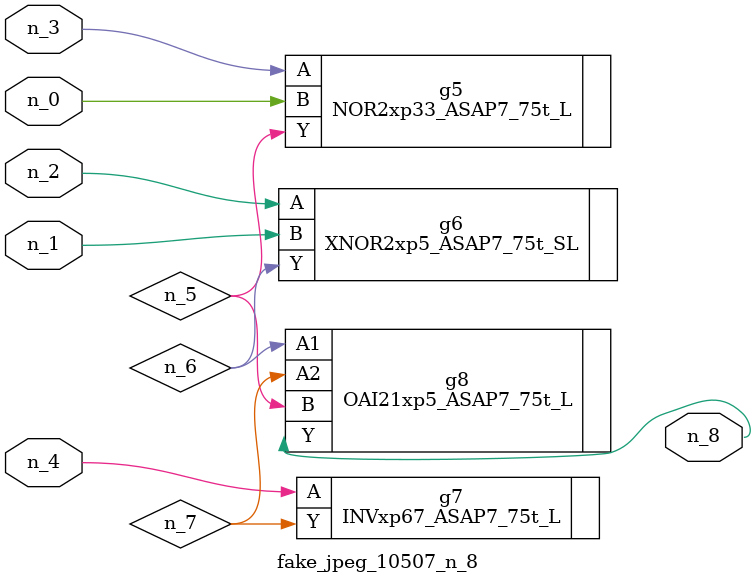
<source format=v>
module fake_jpeg_10507_n_8 (n_3, n_2, n_1, n_0, n_4, n_8);

input n_3;
input n_2;
input n_1;
input n_0;
input n_4;

output n_8;

wire n_6;
wire n_5;
wire n_7;

NOR2xp33_ASAP7_75t_L g5 ( 
.A(n_3),
.B(n_0),
.Y(n_5)
);

XNOR2xp5_ASAP7_75t_SL g6 ( 
.A(n_2),
.B(n_1),
.Y(n_6)
);

INVxp67_ASAP7_75t_L g7 ( 
.A(n_4),
.Y(n_7)
);

OAI21xp5_ASAP7_75t_L g8 ( 
.A1(n_6),
.A2(n_7),
.B(n_5),
.Y(n_8)
);


endmodule
</source>
